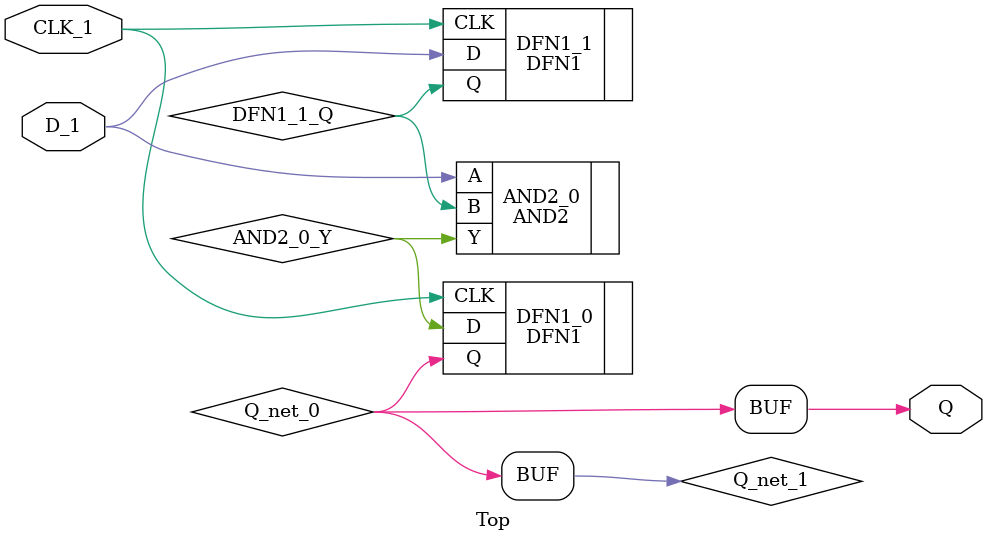
<source format=v>

`timescale 1ns / 100ps

module Top(
    // Inputs
    CLK_1,
    D_1,
    // Outputs
    Q
);

//--------------------------------------------------------------------
// Input
//--------------------------------------------------------------------
input  CLK_1;
input  D_1;
//--------------------------------------------------------------------
// Output
//--------------------------------------------------------------------
output Q;
//--------------------------------------------------------------------
// Nets
//--------------------------------------------------------------------
wire   AND2_0_Y;
wire   CLK_1;
wire   D_1;
wire   DFN1_1_Q;
wire   Q_net_0;
wire   Q_net_1;
//--------------------------------------------------------------------
// Top level output port assignments
//--------------------------------------------------------------------
assign Q_net_1 = Q_net_0;
assign Q       = Q_net_1;
//--------------------------------------------------------------------
// Component instances
//--------------------------------------------------------------------
//--------AND2
AND2 AND2_0(
        // Inputs
        .A ( D_1 ),
        .B ( DFN1_1_Q ),
        // Outputs
        .Y ( AND2_0_Y ) 
        );

//--------DFN1
DFN1 DFN1_0(
        // Inputs
        .D   ( AND2_0_Y ),
        .CLK ( CLK_1 ),
        // Outputs
        .Q   ( Q_net_0 ) 
        );

//--------DFN1
DFN1 DFN1_1(
        // Inputs
        .D   ( D_1 ),
        .CLK ( CLK_1 ),
        // Outputs
        .Q   ( DFN1_1_Q ) 
        );


endmodule

</source>
